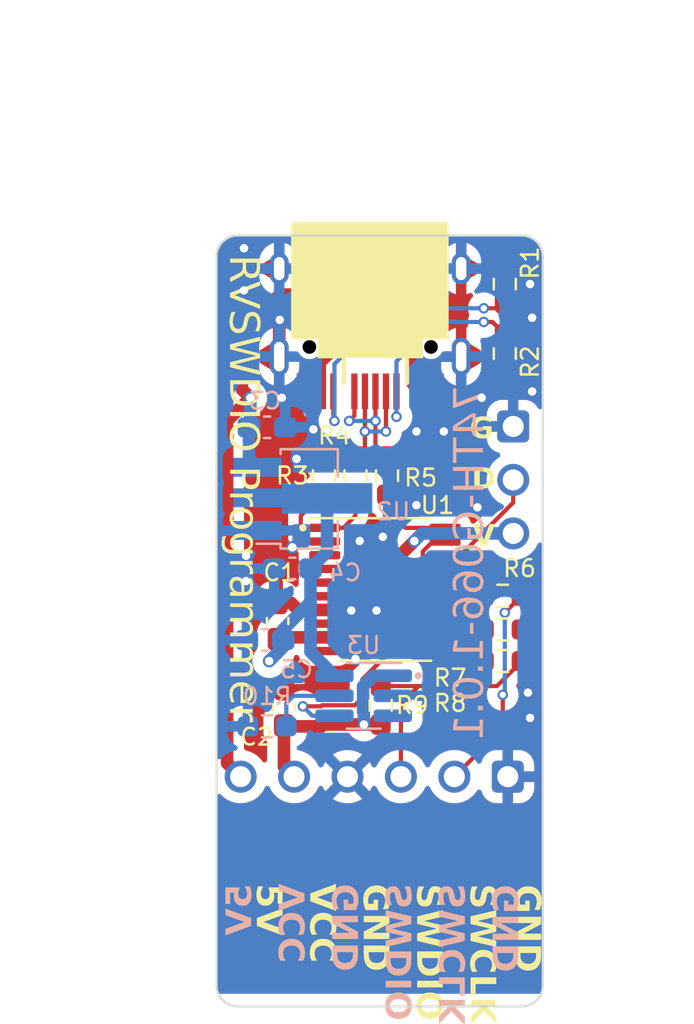
<source format=kicad_pcb>
(kicad_pcb (version 20241229) (generator "pcbnew") (generator_version "9.0")
  (title_block (title "RVSWDIO Programmer") (rev "1.0.1"))
  (layers (0 "F.Cu" signal) (2 "B.Cu" signal) (13 "F.Paste" user) (15 "B.Paste" user) (5 "F.SilkS" user "F.Silkscreen") (7 "B.SilkS" user "B.Silkscreen") (1 "F.Mask" user) (3 "B.Mask" user) (25 "Edge.Cuts" user))
  (net 0 "")
  (net 1 "GND")
  (net 2 "+3V3")
  (net 3 "+5V")
  (net 4 "/PWD")
  (net 5 "/SWIO")
  (net 6 "/SWCLK")
  (net 7 "/SWDIO_IN")
  (net 8 "Net-(J1-CC2)")
  (net 9 "Net-(J1-CC1)")
  (net 10 "/D-")
  (net 11 "/D+")
  (net 12 "/DPU")
  (net 13 "Net-(U2-PD4{slash}UART_CK{slash}ADC7)")
  (net 14 "Net-(U2-PD3{slash}UART_CTS{slash}ADC4)")
  (net 15 "Net-(U2-PC2{slash}I2C_SCL{slash}UART_RTS)")
  (net 16 "Net-(U2-PC1{slash}I2C_SDA{slash}SPI_NSS)")
  (net 17 "Net-(U2-PC5{slash}SPI_SCK)")
  (net 28 "/PWD_SW")
  (net 29 "Net-(U4-ISET)")
  (footprint "74th:Connector_USB-C-Receptacle_SMT_12-Pin_Simple" (layer "F.Cu") (at 97.6 35.665 180)
    (property "Reference" "J1" (hide yes))
    (property "Value" "USB2.0-C_SMT")
    (fp_line (start 1.25 -4.23) (end 1.25 -5.33) (stroke (width 0.2)) (layer "F.SilkS"))
    (fp_line (start -1.75 -4.23) (end -1.75 -5.33) (stroke (width 0.2)) (layer "F.SilkS"))
    (fp_rect (start -2.45 -4.1) (end 2.45 -2.85) (stroke (width 0.12)) (fill yes) (layer "F.SilkS"))
    (fp_rect (start -3.67 -3.2) (end 3.7 2.25) (stroke (width 0.12)) (fill yes) (layer "F.SilkS"))
    (pad "" np_thru_hole circle (at -2.89 -3.62) (size 0.65 0.65) (drill 0.65) (layers "*.Mask"))
    (pad "" np_thru_hole circle (at 2.89 -3.62) (size 0.65 0.65) (drill 0.65) (layers "*.Mask"))
    (pad "1" smd rect (at -2.4 -5.73) (size 0.6 1.7) (layers "F.Cu" "F.Mask" "F.Paste") (net 3 "+5V"))
    (pad "1" smd rect (at 2.4 -5.73) (size 0.6 1.7) (layers "F.Cu" "F.Mask" "F.Paste") (net 3 "+5V"))
    (pad "2" smd rect (at -0.75 -5.73) (size 0.3 1.7) (layers "F.Cu" "F.Mask" "F.Paste") (net 10 "/D-"))
    (pad "2" smd rect (at 0.25 -5.73) (size 0.3 1.7) (layers "F.Cu" "F.Mask" "F.Paste") (net 10 "/D-"))
    (pad "3" smd rect (at -0.25 -5.73) (size 0.3 1.7) (layers "F.Cu" "F.Mask" "F.Paste") (net 11 "/D+"))
    (pad "3" smd rect (at 0.75 -5.73) (size 0.3 1.7) (layers "F.Cu" "F.Mask" "F.Paste") (net 11 "/D+"))
    (pad "4" smd rect (at -3.2 -5.73) (size 0.6 1.7) (layers "F.Cu" "F.Mask" "F.Paste") (net 1 "GND"))
    (pad "4" smd rect (at 3.2 -5.73) (size 0.6 1.7) (layers "F.Cu" "F.Mask" "F.Paste") (net 1 "GND"))
    (pad "5" smd rect (at -1.25 -5.73) (size 0.3 1.7) (layers "F.Cu" "F.Mask" "F.Paste") (net 9 "Net-(J1-CC1)"))
    (pad "6" smd rect (at 1.75 -5.73) (size 0.3 1.7) (layers "F.Cu" "F.Mask" "F.Paste") (net 8 "Net-(J1-CC2)"))
    (pad "S1" smd trapezoid (at -5 -4.08 270) (size 0.9 0.5) (rect_delta 0 0.3) (layers "F.Cu" "F.Mask" "F.Paste") (net 1 "GND"))
    (pad "S1" smd trapezoid (at -5 0.1 270) (size 0.6 0.5) (rect_delta 0 0.3) (layers "F.Cu" "F.Mask" "F.Paste") (net 1 "GND"))
    (pad "S1" thru_hole oval (at -4.325 -4.08) (size 0.9 1.8) (drill oval 0.5 1.4) (layers "*.Cu" "*.Mask") (net 1 "GND"))
    (pad "S1" thru_hole oval (at -4.325 0.1) (size 0.9 1.5) (drill oval 0.5 1.1) (layers "*.Cu" "*.Mask") (net 1 "GND"))
    (pad "S1" thru_hole oval (at 4.325 -4.08) (size 0.9 1.8) (drill oval 0.5 1.4) (layers "*.Cu" "*.Mask") (net 1 "GND"))
    (pad "S1" thru_hole oval (at 4.325 0.1) (size 0.9 1.5) (drill oval 0.5 1.1) (layers "*.Cu" "*.Mask") (net 1 "GND"))
    (pad "S1" smd trapezoid (at 5 -4.08 90) (size 0.9 0.5) (rect_delta 0 0.3) (layers "F.Cu" "F.Mask" "F.Paste") (net 1 "GND"))
    (pad "S1" smd trapezoid (at 5 0.1 90) (size 0.6 0.5) (rect_delta 0 0.3) (layers "F.Cu" "F.Mask" "F.Paste") (net 1 "GND"))
  )
  (footprint "74th:Register_0603_1608" (layer "F.Cu") (at 104 39.6 -90)
    (property "Reference" "R2" (at 0.4 -1.2 90) (layer "F.SilkS") (effects (font (size 0.8 0.8) (thickness 0.12))))
    (property "Value" "5.1k" (hide yes))
    (fp_line (start -0.254724 0.5225) (end 0.254724 0.5225) (stroke (width 0.12)) (layer "F.SilkS"))
    (fp_line (start -0.254724 -0.5225) (end 0.254724 -0.5225) (stroke (width 0.12)) (layer "F.SilkS"))
    (pad "1" smd roundrect (at -0.9125 0 270) (size 0.975 0.95) (layers "F.Cu" "F.Mask" "F.Paste") (net 9 "Net-(J1-CC1)"))
    (pad "2" smd roundrect (at 0.9125 0 270) (size 0.975 0.95) (layers "F.Cu" "F.Mask" "F.Paste") (net 1 "GND"))
  )
  (footprint "74th:Register_0603_1608" (layer "F.Cu") (at 103.9 54.2 180)
    (property "Reference" "R8" (at 2.5 -2 0) (layer "F.SilkS") (effects (font (size 0.8 0.8) (thickness 0.12))))
    (property "Value" "10" (hide yes))
    (fp_line (start -0.254724 0.5225) (end 0.254724 0.5225) (stroke (width 0.12)) (layer "F.SilkS"))
    (fp_line (start -0.254724 -0.5225) (end 0.254724 -0.5225) (stroke (width 0.12)) (layer "F.SilkS"))
    (pad "1" smd roundrect (at -0.9125 0 180) (size 0.975 0.95) (layers "F.Cu" "F.Mask" "F.Paste") (net 7 "/SWDIO_IN"))
    (pad "2" smd roundrect (at 0.9125 0 180) (size 0.975 0.95) (layers "F.Cu" "F.Mask" "F.Paste") (net 16 "Net-(U2-PC1{slash}I2C_SDA{slash}SPI_NSS)"))
  )
  (footprint "74th:Register_0603_1608" (layer "F.Cu") (at 98.1 56.3 -90)
    (property "Reference" "R9" (at 0 -1.5 180) (layer "F.SilkS") (effects (font (size 0.8 0.8) (thickness 0.12))))
    (property "Value" "5.1k" (hide yes))
    (fp_line (start -0.254724 0.5225) (end 0.254724 0.5225) (stroke (width 0.12)) (layer "F.SilkS"))
    (fp_line (start -0.254724 -0.5225) (end 0.254724 -0.5225) (stroke (width 0.12)) (layer "F.SilkS"))
    (pad "1" smd roundrect (at -0.9125 0 270) (size 0.975 0.95) (layers "F.Cu" "F.Mask" "F.Paste") (net 7 "/SWDIO_IN"))
    (pad "2" smd roundrect (at 0.9125 0 270) (size 0.975 0.95) (layers "F.Cu" "F.Mask" "F.Paste") (net 4 "/PWD"))
  )
  (footprint "74th:Register_0603_1608" (layer "F.Cu") (at 103.9 52.7 180)
    (property "Reference" "R7" (at 2.5 -2.3 0) (layer "F.SilkS") (effects (font (size 0.8 0.8) (thickness 0.12))))
    (property "Value" "10" (hide yes))
    (fp_line (start -0.254724 0.5225) (end 0.254724 0.5225) (stroke (width 0.12)) (layer "F.SilkS"))
    (fp_line (start -0.254724 -0.5225) (end 0.254724 -0.5225) (stroke (width 0.12)) (layer "F.SilkS"))
    (pad "1" smd roundrect (at -0.9125 0 180) (size 0.975 0.95) (layers "F.Cu" "F.Mask" "F.Paste") (net 7 "/SWDIO_IN"))
    (pad "2" smd roundrect (at 0.9125 0 180) (size 0.975 0.95) (layers "F.Cu" "F.Mask" "F.Paste") (net 15 "Net-(U2-PC2{slash}I2C_SCL{slash}UART_RTS)"))
  )
  (footprint "74th:PinOut_Pin_6_GND" (layer "F.Cu") (at 91.44 59.69)
    (property "Reference" "CH2" (hide yes))
    (property "Value" "Pin_6" (hide yes))
    (pad "1" thru_hole circle (at 0 0) (size 1.524 1.524) (drill 1) (layers "*.Cu" "*.Mask") (net 3 "+5V"))
    (pad "2" thru_hole circle (at 2.54 0) (size 1.524 1.524) (drill 1) (layers "*.Cu" "*.Mask") (net 4 "/PWD"))
    (pad "3" thru_hole circle (at 5.08 0) (size 1.524 1.524) (drill 1) (layers "*.Cu" "*.Mask") (net 1 "GND"))
    (pad "4" thru_hole circle (at 7.62 0) (size 1.524 1.524) (drill 1) (layers "*.Cu" "*.Mask") (net 7 "/SWDIO_IN"))
    (pad "5" thru_hole circle (at 10.16 0) (size 1.524 1.524) (drill 1) (layers "*.Cu" "*.Mask") (net 6 "/SWCLK"))
    (pad "6" thru_hole roundrect (at 12.7 0) (size 1.524 1.524) (drill 1) (layers "*.Cu" "*.Mask") (roundrect_rratio 0.1640419948) (net 1 "GND"))
  )
  (footprint "74th:Register_0603_1608" (layer "F.Cu") (at 95.4 45.4 90)
    (property "Reference" "R3" (at 0 -1.5 180) (layer "F.SilkS") (effects (font (size 0.8 0.8) (thickness 0.12))))
    (property "Value" "1.5k" (hide yes))
    (fp_line (start -0.254724 -0.5225) (end 0.254724 -0.5225) (stroke (width 0.12)) (layer "F.SilkS"))
    (fp_line (start -0.254724 0.5225) (end 0.254724 0.5225) (stroke (width 0.12)) (layer "F.SilkS"))
    (pad "1" smd roundrect (at -0.9125 0 90) (size 0.975 0.95) (layers "F.Cu" "F.Mask" "F.Paste") (net 12 "/DPU"))
    (pad "2" smd roundrect (at 0.9125 0 90) (size 0.975 0.95) (layers "F.Cu" "F.Mask" "F.Paste") (net 10 "/D-"))
  )
  (footprint "74th:Capacitor_0603_1608" (layer "F.Cu") (at 93.5 56.5 90)
    (property "Reference" "C2" (at -1.3 -1.3 180) (layer "F.SilkS") (effects (font (size 0.8 0.8) (thickness 0.12))))
    (property "Value" "1u" (hide yes))
    (fp_line (start -0.046267 -0.51) (end 0.246267 -0.51) (stroke (width 0.12)) (layer "F.SilkS"))
    (fp_line (start -0.046267 0.51) (end 0.246267 0.51) (stroke (width 0.12)) (layer "F.SilkS"))
    (pad "1" smd roundrect (at -0.7625 0 90) (size 1.075 0.95) (layers "F.Cu" "F.Mask" "F.Paste") (net 4 "/PWD"))
    (pad "2" smd roundrect (at 0.9625 0 90) (size 1.075 0.95) (layers "F.Cu" "F.Mask" "F.Paste") (net 1 "GND"))
  )
  (footprint "74th:PinOut_Pin_3_3GND" (layer "F.Cu") (at 104.4 48.14 90)
    (property "Reference" "CH1" (hide yes))
    (property "Value" "SWD" (hide yes))
    (pad "1" thru_hole circle (at 0 0 90) (size 1.524 1.524) (drill 1) (layers "*.Cu" "*.Mask") (net 2 "+3V3"))
    (pad "2" thru_hole circle (at 2.54 0 90) (size 1.524 1.524) (drill 1) (layers "*.Cu" "*.Mask") (net 5 "/SWIO"))
    (pad "3" thru_hole roundrect (at 5.08 0 90) (size 1.524 1.524) (drill 1) (layers "*.Cu" "*.Mask") (roundrect_rratio 0.1640419948) (net 1 "GND"))
  )
  (footprint "74th:Package_TSSOP-20_4.4x6.5mm_P0.65mm" (layer "F.Cu") (at 98.3 50.8)
    (property "Reference" "U1" (at 2.5 -4 0) (layer "F.SilkS") (effects (font (size 0.8 0.8) (thickness 0.12))))
    (property "Value" "CH32V003F4P6")
    (fp_line (start 0 -3.385) (end -3.6 -3.385) (stroke (width 0.12)) (layer "F.SilkS"))
    (fp_line (start 0 -3.385) (end 2.2 -3.385) (stroke (width 0.12)) (layer "F.SilkS"))
    (fp_line (start 0 3.385) (end -2.2 3.385) (stroke (width 0.12)) (layer "F.SilkS"))
    (fp_line (start 0 3.385) (end 2.2 3.385) (stroke (width 0.12)) (layer "F.SilkS"))
    (fp_circle (center -3.9 -2.925) (end -3.786863 -2.925) (stroke (width 0.12)) (fill yes) (layer "F.SilkS"))
    (pad "1" smd roundrect (at -2.8625 -2.925) (size 1.475 0.4) (layers "F.Cu" "F.Mask" "F.Paste") (net 13 "Net-(U2-PD4{slash}UART_CK{slash}ADC7)"))
    (pad "2" smd roundrect (at -2.8625 -2.275) (size 1.475 0.4) (layers "F.Cu" "F.Mask" "F.Paste") (net 12 "/DPU"))
    (pad "3" smd roundrect (at -2.8625 -1.625) (size 1.475 0.4) (layers "F.Cu" "F.Mask" "F.Paste"))
    (pad "4" smd roundrect (at -2.8625 -0.975) (size 1.475 0.4) (layers "F.Cu" "F.Mask" "F.Paste"))
    (pad "5" smd roundrect (at -2.8625 -0.325) (size 1.475 0.4) (layers "F.Cu" "F.Mask" "F.Paste"))
    (pad "6" smd roundrect (at -2.8625 0.325) (size 1.475 0.4) (layers "F.Cu" "F.Mask" "F.Paste"))
    (pad "7" smd roundrect (at -2.8625 0.975) (size 1.475 0.4) (layers "F.Cu" "F.Mask" "F.Paste") (net 1 "GND"))
    (pad "8" smd roundrect (at -2.8625 1.625) (size 1.475 0.4) (layers "F.Cu" "F.Mask" "F.Paste"))
    (pad "9" smd roundrect (at -2.8625 2.275) (size 1.475 0.4) (layers "F.Cu" "F.Mask" "F.Paste") (net 2 "+3V3"))
    (pad "10" smd roundrect (at -2.8625 2.925) (size 1.475 0.4) (layers "F.Cu" "F.Mask" "F.Paste"))
    (pad "11" smd roundrect (at 2.8625 2.925) (size 1.475 0.4) (layers "F.Cu" "F.Mask" "F.Paste") (net 16 "Net-(U2-PC1{slash}I2C_SDA{slash}SPI_NSS)"))
    (pad "12" smd roundrect (at 2.8625 2.275) (size 1.475 0.4) (layers "F.Cu" "F.Mask" "F.Paste") (net 15 "Net-(U2-PC2{slash}I2C_SCL{slash}UART_RTS)"))
    (pad "13" smd roundrect (at 2.8625 1.625) (size 1.475 0.4) (layers "F.Cu" "F.Mask" "F.Paste"))
    (pad "14" smd roundrect (at 2.8625 0.975) (size 1.475 0.4) (layers "F.Cu" "F.Mask" "F.Paste"))
    (pad "15" smd roundrect (at 2.8625 0.325) (size 1.475 0.4) (layers "F.Cu" "F.Mask" "F.Paste") (net 17 "Net-(U2-PC5{slash}SPI_SCK)"))
    (pad "16" smd roundrect (at 2.8625 -0.325) (size 1.475 0.4) (layers "F.Cu" "F.Mask" "F.Paste"))
    (pad "17" smd roundrect (at 2.8625 -0.975) (size 1.475 0.4) (layers "F.Cu" "F.Mask" "F.Paste"))
    (pad "18" smd roundrect (at 2.8625 -1.625) (size 1.475 0.4) (layers "F.Cu" "F.Mask" "F.Paste") (net 5 "/SWIO"))
    (pad "19" smd roundrect (at 2.8625 -2.275) (size 1.475 0.4) (layers "F.Cu" "F.Mask" "F.Paste") (net 28 "/PWD_SW"))
    (pad "20" smd roundrect (at 2.8625 -2.925) (size 1.475 0.4) (layers "F.Cu" "F.Mask" "F.Paste") (net 14 "Net-(U2-PD3{slash}UART_CTS{slash}ADC4)"))
  )
  (footprint "74th:Register_0603_1608" (layer "F.Cu") (at 104 36.3 90)
    (property "Reference" "R1" (at 1 1.2 90) (layer "F.SilkS") (effects (font (size 0.8 0.8) (thickness 0.12))))
    (property "Value" "5.1k" (hide yes))
    (fp_line (start -0.254724 -0.5225) (end 0.254724 -0.5225) (stroke (width 0.12)) (layer "F.SilkS"))
    (fp_line (start -0.254724 0.5225) (end 0.254724 0.5225) (stroke (width 0.12)) (layer "F.SilkS"))
    (pad "1" smd roundrect (at -0.9125 0 90) (size 0.975 0.95) (layers "F.Cu" "F.Mask" "F.Paste") (net 8 "Net-(J1-CC2)"))
    (pad "2" smd roundrect (at 0.9125 0 90) (size 0.975 0.95) (layers "F.Cu" "F.Mask" "F.Paste") (net 1 "GND"))
  )
  (footprint "74th:Register_0603_1608" (layer "F.Cu") (at 98.4 45.4 -90)
    (property "Reference" "R5" (at 0.1 -1.6 180) (layer "F.SilkS") (effects (font (size 0.8 0.8) (thickness 0.12))))
    (property "Value" "10" (hide yes))
    (fp_line (start -0.254724 0.5225) (end 0.254724 0.5225) (stroke (width 0.12)) (layer "F.SilkS"))
    (fp_line (start -0.254724 -0.5225) (end 0.254724 -0.5225) (stroke (width 0.12)) (layer "F.SilkS"))
    (pad "1" smd roundrect (at -0.9125 0 270) (size 0.975 0.95) (layers "F.Cu" "F.Mask" "F.Paste") (net 11 "/D+"))
    (pad "2" smd roundrect (at 0.9125 0 270) (size 0.975 0.95) (layers "F.Cu" "F.Mask" "F.Paste") (net 14 "Net-(U2-PD3{slash}UART_CTS{slash}ADC4)"))
  )
  (footprint "74th:Register_0603_1608" (layer "F.Cu") (at 96.9 45.4 -90)
    (property "Reference" "R4" (at -1.9 1 180) (layer "F.SilkS") (effects (font (size 0.8 0.8) (thickness 0.12))))
    (property "Value" "10" (hide yes))
    (fp_line (start -0.254724 0.5225) (end 0.254724 0.5225) (stroke (width 0.12)) (layer "F.SilkS"))
    (fp_line (start -0.254724 -0.5225) (end 0.254724 -0.5225) (stroke (width 0.12)) (layer "F.SilkS"))
    (pad "1" smd roundrect (at -0.9125 0 270) (size 0.975 0.95) (layers "F.Cu" "F.Mask" "F.Paste") (net 10 "/D-"))
    (pad "2" smd roundrect (at 0.9125 0 270) (size 0.975 0.95) (layers "F.Cu" "F.Mask" "F.Paste") (net 13 "Net-(U2-PD4{slash}UART_CK{slash}ADC7)"))
  )
  (footprint "74th:Capacitor_0603_1608" (layer "F.Cu") (at 93.2 52.4 90)
    (property "Reference" "C1" (at 2.4 0.1 180) (layer "F.SilkS") (effects (font (size 0.8 0.8) (thickness 0.12))))
    (property "Value" "100n" (hide yes))
    (fp_line (start -0.046267 -0.51) (end 0.246267 -0.51) (stroke (width 0.12)) (layer "F.SilkS"))
    (fp_line (start -0.046267 0.51) (end 0.246267 0.51) (stroke (width 0.12)) (layer "F.SilkS"))
    (pad "1" smd roundrect (at -0.7625 0 90) (size 1.075 0.95) (layers "F.Cu" "F.Mask" "F.Paste") (net 2 "+3V3"))
    (pad "2" smd roundrect (at 0.9625 0 90) (size 1.075 0.95) (layers "F.Cu" "F.Mask" "F.Paste") (net 1 "GND"))
  )
  (footprint "74th:Register_0603_1608" (layer "F.Cu") (at 103.9 51.1 180)
    (property "Reference" "R6" (at -0.8 1.3 0) (layer "F.SilkS") (effects (font (size 0.8 0.8) (thickness 0.12))))
    (property "Value" "10" (hide yes))
    (fp_line (start -0.254724 0.5225) (end 0.254724 0.5225) (stroke (width 0.12)) (layer "F.SilkS"))
    (fp_line (start -0.254724 -0.5225) (end 0.254724 -0.5225) (stroke (width 0.12)) (layer "F.SilkS"))
    (pad "1" smd roundrect (at -0.9125 0 180) (size 0.975 0.95) (layers "F.Cu" "F.Mask" "F.Paste") (net 6 "/SWCLK"))
    (pad "2" smd roundrect (at 0.9125 0 180) (size 0.975 0.95) (layers "F.Cu" "F.Mask" "F.Paste") (net 17 "Net-(U2-PC5{slash}SPI_SCK)"))
  )
  (footprint "74th:Capacitor_0603_1608" (layer "B.Cu") (at 92.6 43.1)
    (property "Reference" "C3" (at 0 -1.25 0) (layer "B.SilkS") (effects (font (size 0.8 0.8) (thickness 0.12)) (justify mirror)))
    (property "Value" "10u" (hide yes))
    (fp_line (start -0.046267 -0.51) (end 0.246267 -0.51) (stroke (width 0.12)) (layer "B.SilkS"))
    (fp_line (start -0.046267 0.51) (end 0.246267 0.51) (stroke (width 0.12)) (layer "B.SilkS"))
    (pad "1" smd roundrect (at -0.7625 0) (size 1.075 0.95) (layers "B.Cu" "B.Mask" "B.Paste") (net 3 "+5V"))
    (pad "2" smd roundrect (at 0.9625 0) (size 1.075 0.95) (layers "B.Cu" "B.Mask" "B.Paste") (net 1 "GND"))
  )
  (footprint "74th:Package_SOT-23-6" (layer "B.Cu") (at 97.2875 55.85 180)
    (property "Reference" "U3" (at 0 2.4 0) (layer "B.SilkS") (effects (font (size 0.8 0.8) (thickness 0.12)) (justify mirror)))
    (property "Value" "CH217K")
    (fp_line (start 0 1.56) (end 0.8 1.56) (stroke (width 0.12)) (layer "B.SilkS"))
    (fp_line (start 0 1.56) (end -1.8 1.56) (stroke (width 0.12)) (layer "B.SilkS"))
    (fp_line (start 0 -1.56) (end 0.8 -1.56) (stroke (width 0.12)) (layer "B.SilkS"))
    (fp_line (start 0 -1.56) (end -0.8 -1.56) (stroke (width 0.12)) (layer "B.SilkS"))
    (fp_circle (center -2.6 0.95) (end -2.486863 0.95) (stroke (width 0.12)) (fill yes) (layer "B.SilkS"))
    (pad "1" smd roundrect (at -1.3875 0.95 180) (size 1.825 0.6) (layers "B.Cu" "B.Mask" "B.Paste") (net 4 "/PWD"))
    (pad "2" smd roundrect (at -1.3875 0 180) (size 1.825 0.6) (layers "B.Cu" "B.Mask" "B.Paste") (net 1 "GND"))
    (pad "3" smd roundrect (at -1.3875 -0.95 180) (size 1.825 0.6) (layers "B.Cu" "B.Mask" "B.Paste"))
    (pad "4" smd roundrect (at 1.3875 -0.95 180) (size 1.825 0.6) (layers "B.Cu" "B.Mask" "B.Paste") (net 28 "/PWD_SW"))
    (pad "5" smd roundrect (at 1.3875 0 180) (size 1.825 0.6) (layers "B.Cu" "B.Mask" "B.Paste") (net 29 "Net-(U4-ISET)"))
    (pad "6" smd roundrect (at 1.3875 0.95 180) (size 1.825 0.6) (layers "B.Cu" "B.Mask" "B.Paste") (net 2 "+3V3"))
  )
  (footprint "74th:Capacitor_0603_1608" (layer "B.Cu") (at 94 49.8 180)
    (property "Reference" "C4" (at -2.4 -0.2 0) (layer "B.SilkS") (effects (font (size 0.8 0.8) (thickness 0.12)) (justify mirror)))
    (property "Value" "10u" (hide yes))
    (fp_line (start -0.046267 0.51) (end 0.246267 0.51) (stroke (width 0.12)) (layer "B.SilkS"))
    (fp_line (start -0.046267 -0.51) (end 0.246267 -0.51) (stroke (width 0.12)) (layer "B.SilkS"))
    (pad "1" smd roundrect (at -0.7625 0 180) (size 1.075 0.95) (layers "B.Cu" "B.Mask" "B.Paste") (net 2 "+3V3"))
    (pad "2" smd roundrect (at 0.9625 0 180) (size 1.075 0.95) (layers "B.Cu" "B.Mask" "B.Paste") (net 1 "GND"))
  )
  (footprint "74th:Register_0603_1608" (layer "B.Cu") (at 92.7 57.3 180)
    (property "Reference" "R10" (at 0 1.43 0) (layer "B.SilkS") (effects (font (size 0.8 0.8) (thickness 0.12)) (justify mirror)))
    (property "Value" "22k" (hide yes))
    (fp_line (start -0.254724 0.5225) (end 0.254724 0.5225) (stroke (width 0.12)) (layer "B.SilkS"))
    (fp_line (start -0.254724 -0.5225) (end 0.254724 -0.5225) (stroke (width 0.12)) (layer "B.SilkS"))
    (pad "1" smd roundrect (at -0.9125 0 180) (size 0.975 0.95) (layers "B.Cu" "B.Mask" "B.Paste") (net 29 "Net-(U4-ISET)"))
    (pad "2" smd roundrect (at 0.9125 0 180) (size 0.975 0.95) (layers "B.Cu" "B.Mask" "B.Paste") (net 1 "GND"))
  )
  (footprint "74th:Package_SOT-89-3" (layer "B.Cu") (at 94.7 46.5)
    (property "Reference" "U2" (at 4 0.6 0) (layer "B.SilkS") (effects (font (size 0.8 0.8) (thickness 0.12)) (justify mirror)))
    (property "Value" "AMS1117")
    (fp_line (start -2.5 2.13) (end -1.36 2.13) (stroke (width 0.12)) (layer "B.SilkS"))
    (fp_line (start -1.36 -2.36) (end -1.36 -2.13) (stroke (width 0.12)) (layer "B.SilkS"))
    (fp_line (start -1.36 2.36) (end -1.36 2.13) (stroke (width 0.12)) (layer "B.SilkS"))
    (fp_line (start -1.36 2.36) (end 1.36 2.36) (stroke (width 0.12)) (layer "B.SilkS"))
    (fp_line (start 1.36 -2.36) (end -1.36 -2.36) (stroke (width 0.12)) (layer "B.SilkS"))
    (fp_line (start 1.36 -1.05) (end 1.36 -2.36) (stroke (width 0.12)) (layer "B.SilkS"))
    (fp_line (start 1.36 2.36) (end 1.36 1.05) (stroke (width 0.12)) (layer "B.SilkS"))
    (pad "1" smd rect (at -2.45 1.5) (size 2.3 0.9) (layers "B.Cu" "B.Mask" "B.Paste") (net 1 "GND"))
    (pad "2" smd rect (at -2.45 -0.05) (size 2.3 0.9) (layers "B.Cu" "B.Mask" "B.Paste") (net 2 "+3V3"))
    (pad "2" smd rect (at 0.85 -0.025) (size 4.3 1.45) (layers "B.Cu" "B.Mask" "B.Paste") (net 2 "+3V3"))
    (pad "3" smd rect (at -2.45 -1.5) (size 2.3 0.9) (layers "B.Cu" "B.Mask" "B.Paste") (net 3 "+5V"))
  )
  (footprint "74th:Capacitor_0603_1608" (layer "B.Cu") (at 92.7 53.2 180)
    (property "Reference" "C5" (at -1.4 -1.4 0) (layer "B.SilkS") (effects (font (size 0.8 0.8) (thickness 0.12)) (justify mirror)))
    (property "Value" "1u" (hide yes))
    (fp_line (start -0.046267 0.51) (end 0.246267 0.51) (stroke (width 0.12)) (layer "B.SilkS"))
    (fp_line (start -0.046267 -0.51) (end 0.246267 -0.51) (stroke (width 0.12)) (layer "B.SilkS"))
    (pad "1" smd roundrect (at -0.7625 0 180) (size 1.075 0.95) (layers "B.Cu" "B.Mask" "B.Paste") (net 2 "+3V3"))
    (pad "2" smd roundrect (at 0.9625 0 180) (size 1.075 0.95) (layers "B.Cu" "B.Mask" "B.Paste") (net 1 "GND"))
  )
  (gr_arc (start 90.3 35) (mid 90.592893 34.292893) (end 91.3 34) (stroke (width 0.1)) (layer "Edge.Cuts"))
  (gr_line (start 105.8 35) (end 105.8 69.6) (stroke (width 0.1)) (layer "Edge.Cuts"))
  (gr_arc (start 91.3 70.6) (mid 90.592893 70.307107) (end 90.3 69.6) (stroke (width 0.1)) (layer "Edge.Cuts"))
  (gr_line (start 91.3 70.6) (end 104.8 70.6) (stroke (width 0.1)) (layer "Edge.Cuts"))
  (gr_line (start 90.3 35) (end 90.3 69.6) (stroke (width 0.1)) (layer "Edge.Cuts"))
  (gr_arc (start 104.8 34) (mid 105.507107 34.292893) (end 105.8 35) (stroke (width 0.1)) (layer "Edge.Cuts"))
  (gr_line (start 104.8 34) (end 91.3 34) (stroke (width 0.1)) (layer "Edge.Cuts"))
  (gr_arc (start 105.8 69.6) (mid 105.507107 70.307107) (end 104.8 70.6) (stroke (width 0.1)) (layer "Edge.Cuts"))
  (gr_text "VCC" (at 95.25 64.77 270) (layer "F.SilkS") (effects (font (size 1.2 1.2) (thickness 0.12)) (justify left)))
  (gr_text "D" (at 103 45.6 0) (layer "F.SilkS") (effects (font (size 1 1) (thickness 0.12))))
  (gr_text "5V" (at 92.71 64.77 270) (layer "F.SilkS") (effects (font (size 1.2 1.2) (thickness 0.12)) (justify left)))
  (gr_text "G" (at 102.9 43.2 0) (layer "F.SilkS") (effects (font (size 1 1) (thickness 0.12))))
  (gr_text "GND" (at 105 64.81 270) (layer "F.SilkS") (effects (font (size 1.2 1.2) (thickness 0.12)) (justify left)))
  (gr_text "GND" (at 97.79 64.77 270) (layer "F.SilkS") (effects (font (size 1.2 1.2) (thickness 0.12)) (justify left)))
  (gr_text "SWDIO" (at 100.33 64.77 270) (layer "F.SilkS") (effects (font (size 1.2 1.2) (thickness 0.12)) (justify left)))
  (gr_text "V" (at 103 48.3 0) (layer "F.SilkS") (effects (font (size 1 1) (thickness 0.12))))
  (gr_text "SWCLK" (at 102.87 64.77 270) (layer "F.SilkS") (effects (font (size 1.2 1.2) (thickness 0.12)) (justify left)))
  (gr_text "RVSWDIO Programmer" (at 90.7 34.9 270) (layer "F.SilkS") (effects (font (size 1.4 1.4) (thickness 0.12)) (justify left bottom)))
  (gr_text "5V" (at 91.44 64.77 90) (layer "B.SilkS") (effects (font (size 1.2 1.2) (thickness 0.12)) (justify left mirror)))
  (gr_text "VCC" (at 93.98 64.77 90) (layer "B.SilkS") (effects (font (size 1.2 1.2) (thickness 0.12)) (justify left mirror)))
  (gr_text "SWCLK" (at 101.6 64.77 90) (layer "B.SilkS") (effects (font (size 1.2 1.2) (thickness 0.12)) (justify left mirror)))
  (gr_text "74TH-G066-${REVISION}" (at 103.2 41.1 90) (layer "B.SilkS") (effects (font (size 1.4 1.4) (thickness 0.12)) (justify left bottom mirror)))
  (gr_text "SWDIO" (at 99.06 64.77 90) (layer "B.SilkS") (effects (font (size 1.2 1.2) (thickness 0.12)) (justify left mirror)))
  (gr_text "GND" (at 104.14 64.81 90) (layer "B.SilkS") (effects (font (size 1.2 1.2) (thickness 0.12)) (justify left mirror)))
  (gr_text "GND" (at 96.52 64.77 90) (layer "B.SilkS") (effects (font (size 1.2 1.2) (thickness 0.12)) (justify left mirror)))
  (segment (start 93.2 51.4375) (end 93.8375 51.4375) (width 0.6) (layer "F.Cu") (net 1))
  (segment (start 95.4375 51.775) (end 96.675 51.775) (width 0.6) (layer "F.Cu") (net 1))
  (segment (start 93.275 39.745) (end 93.275 38.025) (width 0.6) (layer "F.Cu") (net 1))
  (segment (start 95.4375 51.775) (end 94.175 51.775) (width 0.6) (layer "F.Cu") (net 1))
  (segment (start 93.275 38.025) (end 93.3 38) (width 0.6) (layer "F.Cu") (net 1))
  (segment (start 94.175 51.775) (end 93.8375 51.4375) (width 0.6) (layer "F.Cu") (net 1))
  (segment (start 96.675 51.775) (end 96.7 51.8) (width 0.6) (layer "F.Cu") (net 1))
  (via (at 105.1 55.7) (size 0.6) (drill 0.4) (layers "F.Cu" "B.Cu") (net 1))
  (via (at 101.1 43.3) (size 0.6) (drill 0.4) (layers "F.Cu" "B.Cu") (net 1))
  (via (at 93.4 41.7) (size 0.6) (drill 0.4) (layers "F.Cu" "B.Cu") (net 1))
  (via (at 97.1 48.5) (size 0.6) (drill 0.4) (layers "F.Cu" "B.Cu") (net 1))
  (via (at 91.6 34.6) (size 0.6) (drill 0.4) (layers "F.Cu" "B.Cu") (net 1))
  (via (at 105.2 56.9) (size 0.6) (drill 0.4) (layers "F.Cu" "B.Cu") (net 1))
  (via (at 105.2 36.3) (size 0.6) (drill 0.4) (layers "F.Cu" "B.Cu") (net 1))
  (via (at 96.9 54.1) (size 0.6) (drill 0.4) (layers "F.Cu" "B.Cu") (net 1))
  (via (at 105.3 41.4) (size 0.6) (drill 0.4) (layers "F.Cu" "B.Cu") (net 1))
  (via (at 99.8 46.8) (size 0.6) (drill 0.4) (layers "F.Cu" "B.Cu") (net 1))
  (via (at 98.2 48.3) (size 0.6) (drill 0.4) (layers "F.Cu" "B.Cu") (net 1))
  (via (at 102.7 46.9) (size 0.6) (drill 0.4) (layers "F.Cu" "B.Cu") (net 1))
  (via (at 93.3 38) (size 0.6) (drill 0.4) (layers "F.Cu" "B.Cu") (net 1))
  (via (at 94.9 43.2) (size 0.6) (drill 0.4) (layers "F.Cu" "B.Cu") (net 1))
  (via (at 94.1 44.6) (size 0.6) (drill 0.4) (layers "F.Cu" "B.Cu") (net 1))
  (via (at 91.6 36.6) (size 0.6) (drill 0.4) (layers "F.Cu" "B.Cu") (net 1))
  (via (at 91.7 49.2) (size 0.6) (drill 0.4) (layers "F.Cu" "B.Cu") (net 1))
  (via (at 105.3 37.9) (size 0.6) (drill 0.4) (layers "F.Cu" "B.Cu") (net 1))
  (via (at 99.8 43.3) (size 0.6) (drill 0.4) (layers "F.Cu" "B.Cu") (net 1))
  (via (at 93.9 48.8) (size 0.6) (drill 0.4) (layers "F.Cu" "B.Cu") (net 1))
  (via (at 96.7 51.8) (size 0.6) (drill 0.4) (layers "F.Cu" "B.Cu") (net 1))
  (via (at 97.9 51.8) (size 0.6) (drill 0.4) (layers "F.Cu" "B.Cu") (net 1))
  (via (at 102.9 41.7) (size 0.6) (drill 0.4) (layers "F.Cu" "B.Cu") (net 1))
  (via (at 91.7 50.4) (size 0.6) (drill 0.4) (layers "F.Cu" "B.Cu") (net 1))
  (segment (start 99 52.4) (end 99 49.2) (width 0.6) (layer "F.Cu") (net 2))
  (segment (start 95.4375 53.075) (end 98.325 53.075) (width 0.6) (layer "F.Cu") (net 2))
  (segment (start 99 49.2) (end 99.7 48.5) (width 0.6) (layer "F.Cu") (net 2))
  (segment (start 93.2 53.8) (end 92.8 54.2) (width 0.6) (layer "F.Cu") (net 2))
  (segment (start 98.325 53.075) (end 99 52.4) (width 0.6) (layer "F.Cu") (net 2))
  (segment (start 95.4375 53.075) (end 93.2875 53.075) (width 0.6) (layer "F.Cu") (net 2))
  (segment (start 93.2875 53.075) (end 93.2 53.1625) (width 0.6) (layer "F.Cu") (net 2))
  (segment (start 93.2 53.1625) (end 93.2 53.8) (width 0.6) (layer "F.Cu") (net 2))
  (via (at 99.7 48.5) (size 0.6) (drill 0.4) (layers "F.Cu" "B.Cu") (net 2))
  (via (at 92.8 54.2) (size 0.6) (drill 0.4) (layers "F.Cu" "B.Cu") (net 2))
  (segment (start 95.55 46.475) (end 95.55 49.0125) (width 0.6) (layer "B.Cu") (net 2))
  (segment (start 94.7625 53.7625) (end 95.9 54.9) (width 0.6) (layer "B.Cu") (net 2))
  (segment (start 93.4625 53.5375) (end 92.8 54.2) (width 0.6) (layer "B.Cu") (net 2))
  (segment (start 94.7625 49.8) (end 94.7625 51.4) (width 0.6) (layer "B.Cu") (net 2))
  (segment (start 93.4625 53.2) (end 93.4625 52.7) (width 0.6) (layer "B.Cu") (net 2))
  (segment (start 94.7625 51.4) (end 94.7625 53.7625) (width 0.6) (layer "B.Cu") (net 2))
  (segment (start 104.4 48.14) (end 100.06 48.14) (width 0.6) (layer "B.Cu") (net 2))
  (segment (start 93.4625 53.2) (end 93.4625 53.5375) (width 0.6) (layer "B.Cu") (net 2))
  (segment (start 95.55 49.0125) (end 94.7625 49.8) (width 0.6) (layer "B.Cu") (net 2))
  (segment (start 93.4625 52.7) (end 94.7625 51.4) (width 0.6) (layer "B.Cu") (net 2))
  (segment (start 100.06 48.14) (end 99.7 48.5) (width 0.6) (layer "B.Cu") (net 2))
  (segment (start 99.614 41.009) (end 99.614 37.714) (width 0.6) (layer "F.Cu") (net 3))
  (segment (start 91.5 41.3) (end 91.9 41.7) (width 0.6) (layer "F.Cu") (net 3))
  (segment (start 95.6 39.633851) (end 95.6 36.8) (width 0.6) (layer "F.Cu") (net 3))
  (segment (start 95.2 40.033851) (end 95.6 39.633851) (width 0.6) (layer "F.Cu") (net 3))
  (segment (start 91.5 38.6) (end 91.5 41.3) (width 0.6) (layer "F.Cu") (net 3))
  (segment (start 98.7 36.8) (end 95.6 36.8) (width 0.6) (layer "F.Cu") (net 3))
  (segment (start 95.2 41.395) (end 95.2 40.033851) (width 0.6) (layer "F.Cu") (net 3))
  (segment (start 90.8 42.8) (end 91.9 41.7) (width 0.6) (layer "F.Cu") (net 3))
  (segment (start 90.8 59.05) (end 90.8 42.8) (width 0.6) (layer "F.Cu") (net 3))
  (segment (start 99.614 37.714) (end 98.7 36.8) (width 0.6) (layer "F.Cu") (net 3))
  (segment (start 100 41.395) (end 99.614 41.009) (width 0.6) (layer "F.Cu") (net 3))
  (segment (start 91.44 59.69) (end 90.8 59.05) (width 0.6) (layer "F.Cu") (net 3))
  (segment (start 93.3 36.8) (end 91.5 38.6) (width 0.6) (layer "F.Cu") (net 3))
  (segment (start 95.6 36.8) (end 93.3 36.8) (width 0.6) (layer "F.Cu") (net 3))
  (via (at 91.9 41.7) (size 0.6) (drill 0.4) (layers "F.Cu" "B.Cu") (net 3))
  (segment (start 91.8375 43.1) (end 91.8375 44.5875) (width 0.6) (layer "B.Cu") (net 3))
  (segment (start 91.8375 44.5875) (end 92.25 45) (width 0.6) (layer "B.Cu") (net 3))
  (segment (start 91.9 41.7) (end 91.9 43.0375) (width 0.6) (layer "B.Cu") (net 3))
  (segment (start 91.9 43.0375) (end 91.8375 43.1) (width 0.6) (layer "B.Cu") (net 3))
  (segment (start 93.5375 57.3) (end 95.3 57.3) (width 0.6) (layer "F.Cu") (net 4))
  (segment (start 95.3875 57.2125) (end 98.1 57.2125) (width 0.6) (layer "F.Cu") (net 4))
  (segment (start 95.3 57.3) (end 95.3875 57.2125) (width 0.6) (layer "F.Cu") (net 4))
  (segment (start 93.5 59.21) (end 93.98 59.69) (width 0.6) (layer "F.Cu") (net 4))
  (segment (start 93.5 57.2625) (end 93.5375 57.3) (width 0.6) (layer "F.Cu") (net 4))
  (segment (start 93.5 57.2625) (end 93.5 59.21) (width 0.6) (layer "F.Cu") (net 4))
  (via (at 97.3 57.2125) (size 0.6) (drill 0.4) (layers "F.Cu" "B.Cu") (net 4))
  (segment (start 97.2635 56.588741) (end 97.2635 55.399001) (width 0.6) (layer "B.Cu") (net 4))
  (segment (start 97.3 57.2125) (end 97.3 56.625241) (width 0.6) (layer "B.Cu") (net 4))
  (segment (start 97.2635 55.399001) (end 97.762501 54.9) (width 0.6) (layer "B.Cu") (net 4))
  (segment (start 97.762501 54.9) (end 98.675 54.9) (width 0.6) (layer "B.Cu") (net 4))
  (segment (start 97.3 56.625241) (end 97.2635 56.588741) (width 0.6) (layer "B.Cu") (net 4))
  (segment (start 101.899999 49.175) (end 104.4 46.674999) (width 0.2) (layer "F.Cu") (net 5))
  (segment (start 101.1625 49.175) (end 101.899999 49.175) (width 0.2) (layer "F.Cu") (net 5))
  (segment (start 104.4 46.674999) (end 104.4 45.6) (width 0.2) (layer "F.Cu") (net 5))
  (segment (start 103.902351 55.803526) (end 103.902351 57.387649) (width 0.2) (layer "F.Cu") (net 6))
  (segment (start 101.6 59.69) (end 103.902351 57.387649) (width 0.2) (layer "F.Cu") (net 6))
  (segment (start 104.8 51.1) (end 104 51.9) (width 0.2) (layer "F.Cu") (net 6))
  (segment (start 104.8125 51.1) (end 104.8 51.1) (width 0.2) (layer "F.Cu") (net 6))
  (via (at 104 51.9) (size 0.5) (drill 0.3) (layers "F.Cu" "B.Cu") (net 6))
  (via (at 103.902351 55.803526) (size 0.5) (drill 0.3) (layers "F.Cu" "B.Cu") (net 6))
  (segment (start 104 55.705877) (end 103.902351 55.803526) (width 0.2) (layer "B.Cu") (net 6))
  (segment (start 104 51.9) (end 104 55.705877) (width 0.2) (layer "B.Cu") (net 6))
  (segment (start 104.8125 54.2) (end 103.625 55.3875) (width 0.2) (layer "F.Cu") (net 7))
  (segment (start 99.9 55.3875) (end 103.625 55.3875) (width 0.2) (layer "F.Cu") (net 7))
  (segment (start 99.06 59.69) (end 99.06 56.2275) (width 0.2) (layer "F.Cu") (net 7))
  (segment (start 99.06 56.2275) (end 99.9 55.3875) (width 0.2) (layer "F.Cu") (net 7))
  (segment (start 99.9 55.3875) (end 98 55.3875) (width 0.2) (layer "F.Cu") (net 7))
  (segment (start 104.8125 52.7) (end 104.8125 54.2) (width 0.2) (layer "F.Cu") (net 7))
  (segment (start 95.85 42.75) (end 95.9 42.8) (width 0.2) (layer "F.Cu") (net 8))
  (segment (start 103 37.449997) (end 103.762503 37.449997) (width 0.2) (layer "F.Cu") (net 8))
  (segment (start 103.762503 37.449997) (end 104 37.2125) (width 0.2) (layer "F.Cu") (net 8))
  (segment (start 95.85 41.395) (end 95.85 42.75) (width 0.2) (layer "F.Cu") (net 8))
  (via (at 103 37.449997) (size 0.5) (drill 0.3) (layers "F.Cu" "B.Cu") (net 8))
  (via (at 95.9 42.8) (size 0.5) (drill 0.3) (layers "F.Cu" "B.Cu") (net 8))
  (segment (start 103 37.449997) (end 98.550003 37.449997) (width 0.2) (layer "B.Cu") (net 8))
  (segment (start 98.550003 37.449997) (end 95.9 40.1) (width 0.2) (layer "B.Cu") (net 8))
  (segment (start 95.9 40.1) (end 95.9 42.8) (width 0.2) (layer "B.Cu") (net 8))
  (segment (start 103 38.1) (end 103.4125 38.1) (width 0.2) (layer "F.Cu") (net 9))
  (segment (start 103.4125 38.1) (end 104 38.6875) (width 0.2) (layer "F.Cu") (net 9))
  (segment (start 98.85 41.395) (end 98.85 42.6) (width 0.2) (layer "F.Cu") (net 9))
  (via (at 103 38.1) (size 0.5) (drill 0.3) (layers "F.Cu" "B.Cu") (net 9))
  (via (at 98.85 42.6) (size 0.5) (drill 0.3) (layers "F.Cu" "B.Cu") (net 9))
  (segment (start 103 38.1) (end 100.718992 38.1) (width 0.2) (layer "B.Cu") (net 9))
  (segment (start 98.85 42.6) (end 98.85 39.968992) (width 0.2) (layer "B.Cu") (net 9))
  (segment (start 100.718992 38.1) (end 98.85 39.968992) (width 0.2) (layer "B.Cu") (net 9))
  (segment (start 98.35 41.395) (end 98.35 43.3) (width 0.2) (layer "F.Cu") (net 10))
  (segment (start 97.35 43.3) (end 97.35 44.0375) (width 0.2) (layer "F.Cu") (net 10))
  (segment (start 95.4 44.4875) (end 96.9 44.4875) (width 0.2) (layer "F.Cu") (net 10))
  (segment (start 97.35 44.0375) (end 96.9 44.4875) (width 0.2) (layer "F.Cu") (net 10))
  (segment (start 97.35 41.395) (end 97.35 43.3) (width 0.2) (layer "F.Cu") (net 10))
  (via (at 98.35 43.3) (size 0.5) (drill 0.3) (layers "F.Cu" "B.Cu") (net 10))
  (via (at 97.35 43.3) (size 0.5) (drill 0.3) (layers "F.Cu" "B.Cu") (net 10))
  (segment (start 98.35 43.3) (end 97.35 43.3) (width 0.2) (layer "B.Cu") (net 10))
  (segment (start 98.4 44.4875) (end 97.85 43.9375) (width 0.2) (layer "F.Cu") (net 11))
  (segment (start 97.85 43.9375) (end 97.85 42.8) (width 0.2) (layer "F.Cu") (net 11))
  (segment (start 96.85 41.395) (end 96.85 42.55) (width 0.2) (layer "F.Cu") (net 11))
  (segment (start 97.85 42.8) (end 97.85 41.395) (width 0.2) (layer "F.Cu") (net 11))
  (segment (start 96.85 42.55) (end 96.6 42.8) (width 0.2) (layer "F.Cu") (net 11))
  (via (at 97.85 42.8) (size 0.5) (drill 0.3) (layers "F.Cu" "B.Cu") (net 11))
  (via (at 96.6 42.8) (size 0.5) (drill 0.3) (layers "F.Cu" "B.Cu") (net 11))
  (segment (start 96.6 42.8) (end 97.85 42.8) (width 0.2) (layer "B.Cu") (net 11))
  (segment (start 95.4 46.3125) (end 95.2875 46.3125) (width 0.2) (layer "F.Cu") (net 12))
  (segment (start 94.3 48.3) (end 94.525 48.525) (width 0.2) (layer "F.Cu") (net 12))
  (segment (start 94.525 48.525) (end 95.4375 48.525) (width 0.2) (layer "F.Cu") (net 12))
  (segment (start 94.3 47.3) (end 94.3 48.3) (width 0.2) (layer "F.Cu") (net 12))
  (segment (start 95.2875 46.3125) (end 94.3 47.3) (width 0.2) (layer "F.Cu") (net 12))
  (segment (start 95.4375 47.875) (end 96.325 47.875) (width 0.2) (layer "F.Cu") (net 13))
  (segment (start 96.9 46.3125) (end 96.9 47.3) (width 0.2) (layer "F.Cu") (net 13))
  (segment (start 96.325 47.875) (end 96.9 47.3) (width 0.2) (layer "F.Cu") (net 13))
  (segment (start 99.275 47.875) (end 101.1625 47.875) (width 0.2) (layer "F.Cu") (net 14))
  (segment (start 98.4 47) (end 99.275 47.875) (width 0.2) (layer "F.Cu") (net 14))
  (segment (start 98.4 46.3125) (end 98.4 47) (width 0.2) (layer "F.Cu") (net 14))
  (segment (start 101.1625 53.075) (end 102.6125 53.075) (width 0.2) (layer "F.Cu") (net 15))
  (segment (start 102.6125 53.075) (end 102.9875 52.7) (width 0.2) (layer "F.Cu") (net 15))
  (segment (start 102.5125 53.725) (end 102.9875 54.2) (width 0.2) (layer "F.Cu") (net 16))
  (segment (start 101.1625 53.725) (end 102.5125 53.725) (width 0.2) (layer "F.Cu") (net 16))
  (segment (start 101.1625 51.125) (end 102.9625 51.125) (width 0.2) (layer "F.Cu") (net 17))
  (segment (start 102.9625 51.125) (end 102.9875 51.1) (width 0.2) (layer "F.Cu") (net 17))
  (segment (start 101.1625 48.525) (end 100.575 48.525) (width 0.2) (layer "F.Cu") (net 28))
  (segment (start 97.226 55.076576) (end 98.101288 54.201288) (width 0.2) (layer "F.Cu") (net 28))
  (segment (start 100.1 49) (end 100.1 52.202576) (width 0.2) (layer "F.Cu") (net 28))
  (segment (start 97.374 54.928576) (end 97.601288 54.701288) (width 0.2) (layer "F.Cu") (net 28))
  (segment (start 100.575 48.525) (end 100.1 49) (width 0.2) (layer "F.Cu") (net 28))
  (segment (start 95.319608 56.3) (end 96.872424 56.3) (width 0.2) (layer "F.Cu") (net 28))
  (segment (start 97.601288 54.701288) (end 98.101288 54.201288) (width 0.2) (layer "F.Cu") (net 28))
  (segment (start 100.1 52.202576) (end 97.601288 54.701288) (width 0.2) (layer "F.Cu") (net 28))
  (segment (start 97.226 55.946424) (end 97.226 55.076576) (width 0.2) (layer "F.Cu") (net 28))
  (segment (start 95.269608 56.35) (end 95.319608 56.3) (width 0.2) (layer "F.Cu") (net 28))
  (segment (start 96.872424 56.3) (end 97.226 55.946424) (width 0.2) (layer "F.Cu") (net 28))
  (segment (start 94.4 56.35) (end 95.269608 56.35) (width 0.2) (layer "F.Cu") (net 28))
  (via (at 94.4 56.35) (size 0.5) (drill 0.3) (layers "F.Cu" "B.Cu") (net 28))
  (segment (start 94.85 56.8) (end 94.4 56.35) (width 0.2) (layer "B.Cu") (net 28))
  (segment (start 95.9 56.8) (end 94.85 56.8) (width 0.2) (layer "B.Cu") (net 28))
  (segment (start 93.6125 56.1875) (end 93.6125 57.3) (width 0.2) (layer "B.Cu") (net 29))
  (segment (start 93.95 55.85) (end 93.6125 56.1875) (width 0.2) (layer "B.Cu") (net 29))
  (segment (start 95.9 55.85) (end 93.95 55.85) (width 0.2) (layer "B.Cu") (net 29))
  (zone (net 1) (net_name "GND") (layers "F.Cu" "B.Cu") (connect_pads (clearance 0.5)) (min_thickness 0.25) (fill yes (thermal_gap 0.5) (thermal_bridge_width 0.5))
    (polygon (pts (xy 80 30) (xy 113 30) (xy 113 70) (xy 80 70)))
  )
)
</source>
